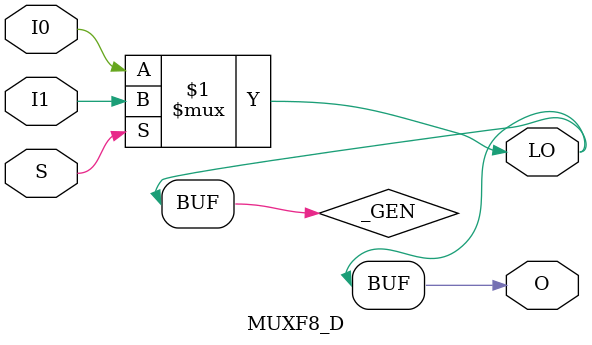
<source format=v>
module MUXF8_D(	// file.cleaned.mlir:2:3
  input  I0,	// file.cleaned.mlir:2:25
         I1,	// file.cleaned.mlir:2:38
         S,	// file.cleaned.mlir:2:51
  output LO,	// file.cleaned.mlir:2:64
         O	// file.cleaned.mlir:2:77
);

  wire _GEN = S ? I1 : I0;	// file.cleaned.mlir:3:10
  assign LO = _GEN;	// file.cleaned.mlir:3:10, :4:5
  assign O = _GEN;	// file.cleaned.mlir:3:10, :4:5
endmodule


</source>
